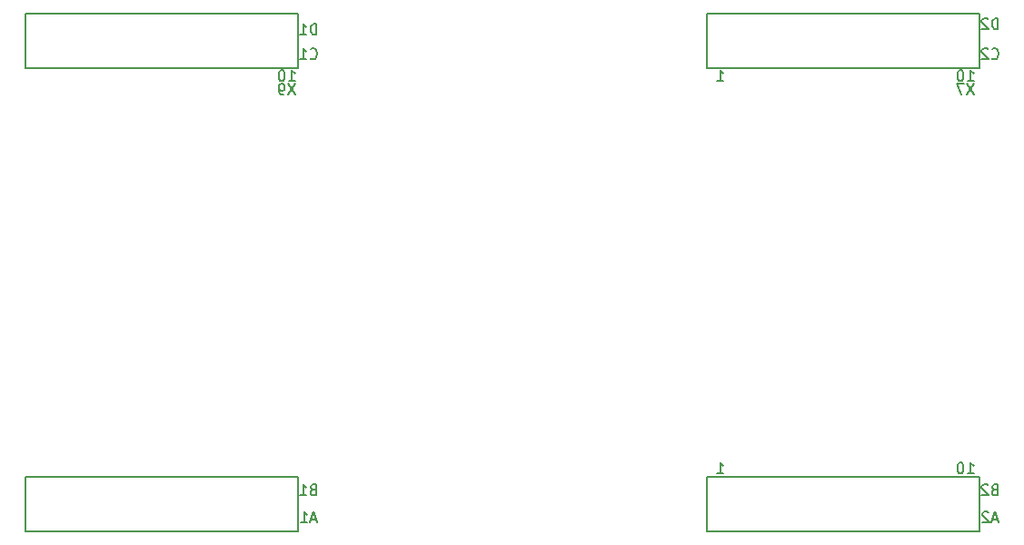
<source format=gbr>
G04 #@! TF.GenerationSoftware,KiCad,Pcbnew,(5.1.4)-1*
G04 #@! TF.CreationDate,2019-12-12T15:22:09-06:00*
G04 #@! TF.ProjectId,SRA_Sensor_Board,5352415f-5365-46e7-936f-725f426f6172,rev?*
G04 #@! TF.SameCoordinates,Original*
G04 #@! TF.FileFunction,Legend,Bot*
G04 #@! TF.FilePolarity,Positive*
%FSLAX46Y46*%
G04 Gerber Fmt 4.6, Leading zero omitted, Abs format (unit mm)*
G04 Created by KiCad (PCBNEW (5.1.4)-1) date 2019-12-12 15:22:09*
%MOMM*%
%LPD*%
G04 APERTURE LIST*
%ADD10C,0.150000*%
G04 APERTURE END LIST*
D10*
X132080000Y-55880000D02*
X132080000Y-60960000D01*
X157480000Y-55880000D02*
X132080000Y-55880000D01*
X157480000Y-60960000D02*
X157480000Y-55880000D01*
X132080000Y-104140000D02*
X157480000Y-104140000D01*
X132080000Y-99060000D02*
X132080000Y-104140000D01*
X157480000Y-104140000D02*
X157480000Y-99060000D01*
X132080000Y-60960000D02*
X157480000Y-60960000D01*
X157480000Y-99060000D02*
X132080000Y-99060000D01*
X68580000Y-60960000D02*
X93980000Y-60960000D01*
X68580000Y-55880000D02*
X68580000Y-60960000D01*
X93980000Y-55880000D02*
X68580000Y-55880000D01*
X93980000Y-60960000D02*
X93980000Y-55880000D01*
X68580000Y-104140000D02*
X93980000Y-104140000D01*
X68580000Y-99060000D02*
X68580000Y-104140000D01*
X93980000Y-99060000D02*
X68580000Y-99060000D01*
X93980000Y-104140000D02*
X93980000Y-99060000D01*
X159210285Y-103036666D02*
X158734095Y-103036666D01*
X159305523Y-103322380D02*
X158972190Y-102322380D01*
X158638857Y-103322380D01*
X158353142Y-102417619D02*
X158305523Y-102370000D01*
X158210285Y-102322380D01*
X157972190Y-102322380D01*
X157876952Y-102370000D01*
X157829333Y-102417619D01*
X157781714Y-102512857D01*
X157781714Y-102608095D01*
X157829333Y-102750952D01*
X158400761Y-103322380D01*
X157781714Y-103322380D01*
X158900761Y-100258571D02*
X158757904Y-100306190D01*
X158710285Y-100353809D01*
X158662666Y-100449047D01*
X158662666Y-100591904D01*
X158710285Y-100687142D01*
X158757904Y-100734761D01*
X158853142Y-100782380D01*
X159234095Y-100782380D01*
X159234095Y-99782380D01*
X158900761Y-99782380D01*
X158805523Y-99830000D01*
X158757904Y-99877619D01*
X158710285Y-99972857D01*
X158710285Y-100068095D01*
X158757904Y-100163333D01*
X158805523Y-100210952D01*
X158900761Y-100258571D01*
X159234095Y-100258571D01*
X158281714Y-99877619D02*
X158234095Y-99830000D01*
X158138857Y-99782380D01*
X157900761Y-99782380D01*
X157805523Y-99830000D01*
X157757904Y-99877619D01*
X157710285Y-99972857D01*
X157710285Y-100068095D01*
X157757904Y-100210952D01*
X158329333Y-100782380D01*
X157710285Y-100782380D01*
X95710285Y-103036666D02*
X95234095Y-103036666D01*
X95805523Y-103322380D02*
X95472190Y-102322380D01*
X95138857Y-103322380D01*
X94281714Y-103322380D02*
X94853142Y-103322380D01*
X94567428Y-103322380D02*
X94567428Y-102322380D01*
X94662666Y-102465238D01*
X94757904Y-102560476D01*
X94853142Y-102608095D01*
X95400761Y-100258571D02*
X95257904Y-100306190D01*
X95210285Y-100353809D01*
X95162666Y-100449047D01*
X95162666Y-100591904D01*
X95210285Y-100687142D01*
X95257904Y-100734761D01*
X95353142Y-100782380D01*
X95734095Y-100782380D01*
X95734095Y-99782380D01*
X95400761Y-99782380D01*
X95305523Y-99830000D01*
X95257904Y-99877619D01*
X95210285Y-99972857D01*
X95210285Y-100068095D01*
X95257904Y-100163333D01*
X95305523Y-100210952D01*
X95400761Y-100258571D01*
X95734095Y-100258571D01*
X94210285Y-100782380D02*
X94781714Y-100782380D01*
X94496000Y-100782380D02*
X94496000Y-99782380D01*
X94591238Y-99925238D01*
X94686476Y-100020476D01*
X94781714Y-100068095D01*
X159234095Y-57348380D02*
X159234095Y-56348380D01*
X158996000Y-56348380D01*
X158853142Y-56396000D01*
X158757904Y-56491238D01*
X158710285Y-56586476D01*
X158662666Y-56776952D01*
X158662666Y-56919809D01*
X158710285Y-57110285D01*
X158757904Y-57205523D01*
X158853142Y-57300761D01*
X158996000Y-57348380D01*
X159234095Y-57348380D01*
X158281714Y-56443619D02*
X158234095Y-56396000D01*
X158138857Y-56348380D01*
X157900761Y-56348380D01*
X157805523Y-56396000D01*
X157757904Y-56443619D01*
X157710285Y-56538857D01*
X157710285Y-56634095D01*
X157757904Y-56776952D01*
X158329333Y-57348380D01*
X157710285Y-57348380D01*
X158662666Y-60047142D02*
X158710285Y-60094761D01*
X158853142Y-60142380D01*
X158948380Y-60142380D01*
X159091238Y-60094761D01*
X159186476Y-59999523D01*
X159234095Y-59904285D01*
X159281714Y-59713809D01*
X159281714Y-59570952D01*
X159234095Y-59380476D01*
X159186476Y-59285238D01*
X159091238Y-59190000D01*
X158948380Y-59142380D01*
X158853142Y-59142380D01*
X158710285Y-59190000D01*
X158662666Y-59237619D01*
X158281714Y-59237619D02*
X158234095Y-59190000D01*
X158138857Y-59142380D01*
X157900761Y-59142380D01*
X157805523Y-59190000D01*
X157757904Y-59237619D01*
X157710285Y-59332857D01*
X157710285Y-59428095D01*
X157757904Y-59570952D01*
X158329333Y-60142380D01*
X157710285Y-60142380D01*
X95734095Y-57856380D02*
X95734095Y-56856380D01*
X95496000Y-56856380D01*
X95353142Y-56904000D01*
X95257904Y-56999238D01*
X95210285Y-57094476D01*
X95162666Y-57284952D01*
X95162666Y-57427809D01*
X95210285Y-57618285D01*
X95257904Y-57713523D01*
X95353142Y-57808761D01*
X95496000Y-57856380D01*
X95734095Y-57856380D01*
X94210285Y-57856380D02*
X94781714Y-57856380D01*
X94496000Y-57856380D02*
X94496000Y-56856380D01*
X94591238Y-56999238D01*
X94686476Y-57094476D01*
X94781714Y-57142095D01*
X95162666Y-60047142D02*
X95210285Y-60094761D01*
X95353142Y-60142380D01*
X95448380Y-60142380D01*
X95591238Y-60094761D01*
X95686476Y-59999523D01*
X95734095Y-59904285D01*
X95781714Y-59713809D01*
X95781714Y-59570952D01*
X95734095Y-59380476D01*
X95686476Y-59285238D01*
X95591238Y-59190000D01*
X95448380Y-59142380D01*
X95353142Y-59142380D01*
X95210285Y-59190000D01*
X95162666Y-59237619D01*
X94210285Y-60142380D02*
X94781714Y-60142380D01*
X94496000Y-60142380D02*
X94496000Y-59142380D01*
X94591238Y-59285238D01*
X94686476Y-59380476D01*
X94781714Y-59428095D01*
X157019523Y-62444380D02*
X156352857Y-63444380D01*
X156352857Y-62444380D02*
X157019523Y-63444380D01*
X156067142Y-62444380D02*
X155400476Y-62444380D01*
X155829047Y-63444380D01*
X93773523Y-62444380D02*
X93106857Y-63444380D01*
X93106857Y-62444380D02*
X93773523Y-63444380D01*
X92678285Y-63444380D02*
X92487809Y-63444380D01*
X92392571Y-63396761D01*
X92344952Y-63349142D01*
X92249714Y-63206285D01*
X92202095Y-63015809D01*
X92202095Y-62634857D01*
X92249714Y-62539619D01*
X92297333Y-62492000D01*
X92392571Y-62444380D01*
X92583047Y-62444380D01*
X92678285Y-62492000D01*
X92725904Y-62539619D01*
X92773523Y-62634857D01*
X92773523Y-62872952D01*
X92725904Y-62968190D01*
X92678285Y-63015809D01*
X92583047Y-63063428D01*
X92392571Y-63063428D01*
X92297333Y-63015809D01*
X92249714Y-62968190D01*
X92202095Y-62872952D01*
X133064285Y-98750380D02*
X133635714Y-98750380D01*
X133350000Y-98750380D02*
X133350000Y-97750380D01*
X133445238Y-97893238D01*
X133540476Y-97988476D01*
X133635714Y-98036095D01*
X156400476Y-98750380D02*
X156971904Y-98750380D01*
X156686190Y-98750380D02*
X156686190Y-97750380D01*
X156781428Y-97893238D01*
X156876666Y-97988476D01*
X156971904Y-98036095D01*
X155781428Y-97750380D02*
X155686190Y-97750380D01*
X155590952Y-97798000D01*
X155543333Y-97845619D01*
X155495714Y-97940857D01*
X155448095Y-98131333D01*
X155448095Y-98369428D01*
X155495714Y-98559904D01*
X155543333Y-98655142D01*
X155590952Y-98702761D01*
X155686190Y-98750380D01*
X155781428Y-98750380D01*
X155876666Y-98702761D01*
X155924285Y-98655142D01*
X155971904Y-98559904D01*
X156019523Y-98369428D01*
X156019523Y-98131333D01*
X155971904Y-97940857D01*
X155924285Y-97845619D01*
X155876666Y-97798000D01*
X155781428Y-97750380D01*
X156400476Y-62174380D02*
X156971904Y-62174380D01*
X156686190Y-62174380D02*
X156686190Y-61174380D01*
X156781428Y-61317238D01*
X156876666Y-61412476D01*
X156971904Y-61460095D01*
X155781428Y-61174380D02*
X155686190Y-61174380D01*
X155590952Y-61222000D01*
X155543333Y-61269619D01*
X155495714Y-61364857D01*
X155448095Y-61555333D01*
X155448095Y-61793428D01*
X155495714Y-61983904D01*
X155543333Y-62079142D01*
X155590952Y-62126761D01*
X155686190Y-62174380D01*
X155781428Y-62174380D01*
X155876666Y-62126761D01*
X155924285Y-62079142D01*
X155971904Y-61983904D01*
X156019523Y-61793428D01*
X156019523Y-61555333D01*
X155971904Y-61364857D01*
X155924285Y-61269619D01*
X155876666Y-61222000D01*
X155781428Y-61174380D01*
X133064285Y-62174380D02*
X133635714Y-62174380D01*
X133350000Y-62174380D02*
X133350000Y-61174380D01*
X133445238Y-61317238D01*
X133540476Y-61412476D01*
X133635714Y-61460095D01*
X93154476Y-62174380D02*
X93725904Y-62174380D01*
X93440190Y-62174380D02*
X93440190Y-61174380D01*
X93535428Y-61317238D01*
X93630666Y-61412476D01*
X93725904Y-61460095D01*
X92535428Y-61174380D02*
X92440190Y-61174380D01*
X92344952Y-61222000D01*
X92297333Y-61269619D01*
X92249714Y-61364857D01*
X92202095Y-61555333D01*
X92202095Y-61793428D01*
X92249714Y-61983904D01*
X92297333Y-62079142D01*
X92344952Y-62126761D01*
X92440190Y-62174380D01*
X92535428Y-62174380D01*
X92630666Y-62126761D01*
X92678285Y-62079142D01*
X92725904Y-61983904D01*
X92773523Y-61793428D01*
X92773523Y-61555333D01*
X92725904Y-61364857D01*
X92678285Y-61269619D01*
X92630666Y-61222000D01*
X92535428Y-61174380D01*
M02*

</source>
